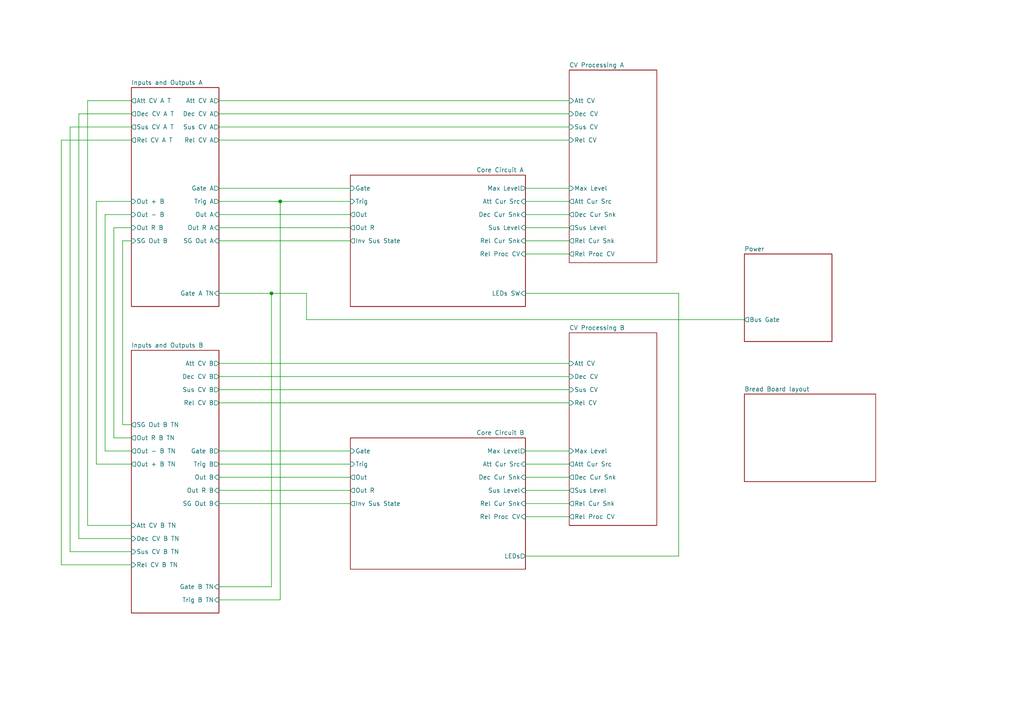
<source format=kicad_sch>
(kicad_sch
	(version 20250114)
	(generator "eeschema")
	(generator_version "9.0")
	(uuid "58f4306d-5387-4983-bb08-41a2313fd315")
	(paper "A4")
	(title_block
		(rev "1")
		(company "DMH Instruments")
		(comment 1 "PCB for 15cm Kosmo format synthesizer module")
	)
	(lib_symbols)
	(junction
		(at 81.28 58.42)
		(diameter 0)
		(color 0 0 0 0)
		(uuid "2dd2dd8f-3b41-46e4-8afb-55261737956a")
	)
	(junction
		(at 78.74 85.09)
		(diameter 0)
		(color 0 0 0 0)
		(uuid "f6bace47-8747-401b-8c4f-780d9843c52c")
	)
	(wire
		(pts
			(xy 63.5 36.83) (xy 165.1 36.83)
		)
		(stroke
			(width 0)
			(type default)
		)
		(uuid "0488c006-3de3-42c1-99ef-6cce7536ca17")
	)
	(wire
		(pts
			(xy 63.5 62.23) (xy 101.6 62.23)
		)
		(stroke
			(width 0)
			(type default)
		)
		(uuid "0aa03d9b-6273-4d5b-9163-f8b291a92c4f")
	)
	(wire
		(pts
			(xy 38.1 40.64) (xy 17.78 40.64)
		)
		(stroke
			(width 0)
			(type default)
		)
		(uuid "0ce3c7be-42ed-42e4-baec-d9606c227f71")
	)
	(wire
		(pts
			(xy 152.4 146.05) (xy 165.1 146.05)
		)
		(stroke
			(width 0)
			(type default)
		)
		(uuid "0db65172-a60f-427b-9af3-19c455a9285a")
	)
	(wire
		(pts
			(xy 63.5 173.99) (xy 81.28 173.99)
		)
		(stroke
			(width 0)
			(type default)
		)
		(uuid "135ca279-d2e2-4171-98d4-b54231a0ecc8")
	)
	(wire
		(pts
			(xy 78.74 85.09) (xy 88.9 85.09)
		)
		(stroke
			(width 0)
			(type default)
		)
		(uuid "13a73b28-5aba-4cf2-bbff-b564d08bd704")
	)
	(wire
		(pts
			(xy 63.5 58.42) (xy 81.28 58.42)
		)
		(stroke
			(width 0)
			(type default)
		)
		(uuid "20965f5d-adf3-4921-957a-7a6818651f97")
	)
	(wire
		(pts
			(xy 63.5 146.05) (xy 101.6 146.05)
		)
		(stroke
			(width 0)
			(type default)
		)
		(uuid "20fcc1e1-ece0-4874-9377-8e3dc6c11f99")
	)
	(wire
		(pts
			(xy 152.4 69.85) (xy 165.1 69.85)
		)
		(stroke
			(width 0)
			(type default)
		)
		(uuid "22071fc4-8e4f-494a-9fc8-695c8d6b323f")
	)
	(wire
		(pts
			(xy 63.5 113.03) (xy 165.1 113.03)
		)
		(stroke
			(width 0)
			(type default)
		)
		(uuid "24710bfd-ac6e-4cb6-b10e-216918cb6ce8")
	)
	(wire
		(pts
			(xy 38.1 134.62) (xy 27.94 134.62)
		)
		(stroke
			(width 0)
			(type default)
		)
		(uuid "2728c202-58eb-4764-b5b5-190420ba9481")
	)
	(wire
		(pts
			(xy 38.1 33.02) (xy 22.86 33.02)
		)
		(stroke
			(width 0)
			(type default)
		)
		(uuid "2dbe9eec-ef74-46de-8eff-04bcab375c87")
	)
	(wire
		(pts
			(xy 63.5 105.41) (xy 165.1 105.41)
		)
		(stroke
			(width 0)
			(type default)
		)
		(uuid "2dfe8263-76c1-4c51-aea5-0411ba607bda")
	)
	(wire
		(pts
			(xy 152.4 85.09) (xy 196.85 85.09)
		)
		(stroke
			(width 0)
			(type default)
		)
		(uuid "30313de6-0b72-41d2-bdba-cf9ac3136a25")
	)
	(wire
		(pts
			(xy 17.78 40.64) (xy 17.78 163.83)
		)
		(stroke
			(width 0)
			(type default)
		)
		(uuid "3aa43d53-e196-424f-875f-1e809e35b7c4")
	)
	(wire
		(pts
			(xy 22.86 156.21) (xy 38.1 156.21)
		)
		(stroke
			(width 0)
			(type default)
		)
		(uuid "3b2fecef-0ed4-443c-8e18-7584c6cd9937")
	)
	(wire
		(pts
			(xy 63.5 85.09) (xy 78.74 85.09)
		)
		(stroke
			(width 0)
			(type default)
		)
		(uuid "3c3af9fd-6fa5-41ee-aab9-35a71ffb0b28")
	)
	(wire
		(pts
			(xy 152.4 138.43) (xy 165.1 138.43)
		)
		(stroke
			(width 0)
			(type default)
		)
		(uuid "424faac8-de51-4204-bf74-1407966fc95e")
	)
	(wire
		(pts
			(xy 38.1 29.21) (xy 25.4 29.21)
		)
		(stroke
			(width 0)
			(type default)
		)
		(uuid "42bb5ca4-7e7a-4de3-b903-2eead8c8e140")
	)
	(wire
		(pts
			(xy 25.4 152.4) (xy 38.1 152.4)
		)
		(stroke
			(width 0)
			(type default)
		)
		(uuid "460878c2-bc75-4694-a75e-a81a328b418c")
	)
	(wire
		(pts
			(xy 63.5 66.04) (xy 101.6 66.04)
		)
		(stroke
			(width 0)
			(type default)
		)
		(uuid "46e295a5-abfc-41f6-9c8f-a739bc821c7f")
	)
	(wire
		(pts
			(xy 63.5 54.61) (xy 101.6 54.61)
		)
		(stroke
			(width 0)
			(type default)
		)
		(uuid "4731dd7b-505e-4c89-96fe-a78151bd3c92")
	)
	(wire
		(pts
			(xy 78.74 85.09) (xy 78.74 170.18)
		)
		(stroke
			(width 0)
			(type default)
		)
		(uuid "4f6a5eb7-ee88-48bf-9697-fbf13fa86131")
	)
	(wire
		(pts
			(xy 152.4 58.42) (xy 165.1 58.42)
		)
		(stroke
			(width 0)
			(type default)
		)
		(uuid "5549df4b-e88b-42ae-9453-3c597d9d0af8")
	)
	(wire
		(pts
			(xy 63.5 29.21) (xy 165.1 29.21)
		)
		(stroke
			(width 0)
			(type default)
		)
		(uuid "57c95a8f-948d-421c-9f85-73f0869dbc05")
	)
	(wire
		(pts
			(xy 20.32 160.02) (xy 38.1 160.02)
		)
		(stroke
			(width 0)
			(type default)
		)
		(uuid "5bd887b9-0a6c-4814-84d3-d487e5847d2c")
	)
	(wire
		(pts
			(xy 81.28 58.42) (xy 101.6 58.42)
		)
		(stroke
			(width 0)
			(type default)
		)
		(uuid "5e22d996-d991-402c-ae41-c1cc2af714b7")
	)
	(wire
		(pts
			(xy 152.4 73.66) (xy 165.1 73.66)
		)
		(stroke
			(width 0)
			(type default)
		)
		(uuid "6b41f85e-6762-414d-94e8-37ec0c64c1e9")
	)
	(wire
		(pts
			(xy 38.1 36.83) (xy 20.32 36.83)
		)
		(stroke
			(width 0)
			(type default)
		)
		(uuid "6cb869fd-236e-4708-af04-96ea4bc7ad28")
	)
	(wire
		(pts
			(xy 22.86 33.02) (xy 22.86 156.21)
		)
		(stroke
			(width 0)
			(type default)
		)
		(uuid "74521f20-5059-42f9-8409-5f7fa1e5e453")
	)
	(wire
		(pts
			(xy 33.02 127) (xy 33.02 66.04)
		)
		(stroke
			(width 0)
			(type default)
		)
		(uuid "8056e820-abaf-42a0-885c-d9acd9515502")
	)
	(wire
		(pts
			(xy 63.5 142.24) (xy 101.6 142.24)
		)
		(stroke
			(width 0)
			(type default)
		)
		(uuid "856609a9-703a-4673-90d9-745916d2ed27")
	)
	(wire
		(pts
			(xy 38.1 127) (xy 33.02 127)
		)
		(stroke
			(width 0)
			(type default)
		)
		(uuid "86611cfd-5f7a-4d09-bfdd-dcbbaf9ee5e8")
	)
	(wire
		(pts
			(xy 152.4 149.86) (xy 165.1 149.86)
		)
		(stroke
			(width 0)
			(type default)
		)
		(uuid "86970fbc-0ff2-4477-b7ff-622238ff3dd0")
	)
	(wire
		(pts
			(xy 196.85 161.29) (xy 196.85 85.09)
		)
		(stroke
			(width 0)
			(type default)
		)
		(uuid "8d81a39d-aa67-4fcc-ad47-fcdd952d061f")
	)
	(wire
		(pts
			(xy 63.5 40.64) (xy 165.1 40.64)
		)
		(stroke
			(width 0)
			(type default)
		)
		(uuid "9321d842-f39f-4ec5-9ed3-d3b200a88359")
	)
	(wire
		(pts
			(xy 88.9 92.71) (xy 88.9 85.09)
		)
		(stroke
			(width 0)
			(type default)
		)
		(uuid "9a3848e3-b8e1-4b36-b6d5-794bf12ae3fd")
	)
	(wire
		(pts
			(xy 63.5 109.22) (xy 165.1 109.22)
		)
		(stroke
			(width 0)
			(type default)
		)
		(uuid "9d1586a3-9973-489b-bf21-3c010c940f4a")
	)
	(wire
		(pts
			(xy 152.4 62.23) (xy 165.1 62.23)
		)
		(stroke
			(width 0)
			(type default)
		)
		(uuid "a8cc4405-be17-461a-aeb8-4bb34d9a5965")
	)
	(wire
		(pts
			(xy 17.78 163.83) (xy 38.1 163.83)
		)
		(stroke
			(width 0)
			(type default)
		)
		(uuid "aa5613ab-4faa-4a12-aa1c-04d88c6bfe4e")
	)
	(wire
		(pts
			(xy 152.4 161.29) (xy 196.85 161.29)
		)
		(stroke
			(width 0)
			(type default)
		)
		(uuid "ac8d1b36-4fe5-4703-9baf-38d9537806db")
	)
	(wire
		(pts
			(xy 63.5 134.62) (xy 101.6 134.62)
		)
		(stroke
			(width 0)
			(type default)
		)
		(uuid "b0c512f1-579d-43fc-8d3b-8288c252e330")
	)
	(wire
		(pts
			(xy 27.94 134.62) (xy 27.94 58.42)
		)
		(stroke
			(width 0)
			(type default)
		)
		(uuid "b2f3bf40-46c2-4576-82a0-a93d05804c9e")
	)
	(wire
		(pts
			(xy 33.02 66.04) (xy 38.1 66.04)
		)
		(stroke
			(width 0)
			(type default)
		)
		(uuid "b3a68423-7d36-4b99-9110-7e705f2687f6")
	)
	(wire
		(pts
			(xy 152.4 130.81) (xy 165.1 130.81)
		)
		(stroke
			(width 0)
			(type default)
		)
		(uuid "b5b57d38-4816-4343-a76b-124701da5813")
	)
	(wire
		(pts
			(xy 63.5 170.18) (xy 78.74 170.18)
		)
		(stroke
			(width 0)
			(type default)
		)
		(uuid "b60f27f5-93cf-4a12-b692-0271d28cbfe1")
	)
	(wire
		(pts
			(xy 27.94 58.42) (xy 38.1 58.42)
		)
		(stroke
			(width 0)
			(type default)
		)
		(uuid "b65afce2-0318-4b5d-9292-1fd0606d1647")
	)
	(wire
		(pts
			(xy 63.5 69.85) (xy 101.6 69.85)
		)
		(stroke
			(width 0)
			(type default)
		)
		(uuid "bd161bfd-933c-4b2e-85a0-54a163619903")
	)
	(wire
		(pts
			(xy 38.1 123.19) (xy 35.56 123.19)
		)
		(stroke
			(width 0)
			(type default)
		)
		(uuid "c9f53e2f-2659-49cd-9af7-f48f3d14f25f")
	)
	(wire
		(pts
			(xy 63.5 138.43) (xy 101.6 138.43)
		)
		(stroke
			(width 0)
			(type default)
		)
		(uuid "ccd984a9-1084-4fc8-afa2-9f14efcf2238")
	)
	(wire
		(pts
			(xy 20.32 36.83) (xy 20.32 160.02)
		)
		(stroke
			(width 0)
			(type default)
		)
		(uuid "d0942bb4-6c33-47f1-a04b-9dc4d2bae85c")
	)
	(wire
		(pts
			(xy 152.4 54.61) (xy 165.1 54.61)
		)
		(stroke
			(width 0)
			(type default)
		)
		(uuid "d14cede6-9ccc-46ca-a10e-b391c89d184c")
	)
	(wire
		(pts
			(xy 81.28 173.99) (xy 81.28 58.42)
		)
		(stroke
			(width 0)
			(type default)
		)
		(uuid "d20011db-74e0-4445-8508-72e459d24d9a")
	)
	(wire
		(pts
			(xy 63.5 130.81) (xy 101.6 130.81)
		)
		(stroke
			(width 0)
			(type default)
		)
		(uuid "d3e7506e-e024-4b8e-a2e0-acf43cbcd221")
	)
	(wire
		(pts
			(xy 152.4 142.24) (xy 165.1 142.24)
		)
		(stroke
			(width 0)
			(type default)
		)
		(uuid "d60dd747-0221-468a-822e-1c673cf6c106")
	)
	(wire
		(pts
			(xy 152.4 134.62) (xy 165.1 134.62)
		)
		(stroke
			(width 0)
			(type default)
		)
		(uuid "d68e2cf4-73d5-4ba7-8f9d-b48bcd66be4f")
	)
	(wire
		(pts
			(xy 30.48 62.23) (xy 38.1 62.23)
		)
		(stroke
			(width 0)
			(type default)
		)
		(uuid "d6d96bf2-7ae3-4123-87f1-08b2da18189c")
	)
	(wire
		(pts
			(xy 152.4 66.04) (xy 165.1 66.04)
		)
		(stroke
			(width 0)
			(type default)
		)
		(uuid "d7ebff72-8919-4af7-90d0-032c88faa4db")
	)
	(wire
		(pts
			(xy 35.56 69.85) (xy 38.1 69.85)
		)
		(stroke
			(width 0)
			(type default)
		)
		(uuid "d8fb0cf9-2f5b-4763-a413-3d3efab5d1a6")
	)
	(wire
		(pts
			(xy 215.9 92.71) (xy 88.9 92.71)
		)
		(stroke
			(width 0)
			(type default)
		)
		(uuid "dc22884f-8566-4778-a938-ba779e6e31e7")
	)
	(wire
		(pts
			(xy 63.5 116.84) (xy 165.1 116.84)
		)
		(stroke
			(width 0)
			(type default)
		)
		(uuid "dedc9419-dfb6-41c3-ad20-9cf7d0c8f9eb")
	)
	(wire
		(pts
			(xy 30.48 130.81) (xy 30.48 62.23)
		)
		(stroke
			(width 0)
			(type default)
		)
		(uuid "e30e4c57-d771-4556-ae67-ba816de0aa37")
	)
	(wire
		(pts
			(xy 63.5 33.02) (xy 165.1 33.02)
		)
		(stroke
			(width 0)
			(type default)
		)
		(uuid "ed1821cd-cc9c-4ab1-b19d-6b00d6452cc7")
	)
	(wire
		(pts
			(xy 25.4 29.21) (xy 25.4 152.4)
		)
		(stroke
			(width 0)
			(type default)
		)
		(uuid "eeebfdda-ec8f-4e9d-9d48-775d7bfbdcce")
	)
	(wire
		(pts
			(xy 35.56 123.19) (xy 35.56 69.85)
		)
		(stroke
			(width 0)
			(type default)
		)
		(uuid "efe8fd49-01c4-4496-93b6-8111f0ebbe10")
	)
	(wire
		(pts
			(xy 38.1 130.81) (xy 30.48 130.81)
		)
		(stroke
			(width 0)
			(type default)
		)
		(uuid "fc4ee95f-9774-414c-a767-499cf5723807")
	)
	(sheet
		(at 215.9 73.66)
		(size 25.4 25.4)
		(exclude_from_sim no)
		(in_bom yes)
		(on_board yes)
		(dnp no)
		(fields_autoplaced yes)
		(stroke
			(width 0.1524)
			(type solid)
		)
		(fill
			(color 0 0 0 0.0000)
		)
		(uuid "0cdf34b2-39cd-4d9e-981a-97cd34791509")
		(property "Sheetname" "Power"
			(at 215.9 72.9484 0)
			(effects
				(font
					(size 1.27 1.27)
				)
				(justify left bottom)
			)
		)
		(property "Sheetfile" "Power.kicad_sch"
			(at 215.9 99.6446 0)
			(effects
				(font
					(size 1.27 1.27)
				)
				(justify left top)
				(hide yes)
			)
		)
		(pin "Bus Gate" output
			(at 215.9 92.71 180)
			(uuid "00f3de1f-6ad5-4ce6-83b6-bcc422cb898f")
			(effects
				(font
					(size 1.27 1.27)
				)
				(justify left)
			)
		)
		(instances
			(project "DMH_VCEG_PCB_1_Mk1_1"
				(path "/58f4306d-5387-4983-bb08-41a2313fd315"
					(page "08")
				)
			)
		)
	)
	(sheet
		(at 38.1 101.6)
		(size 25.4 76.2)
		(exclude_from_sim no)
		(in_bom yes)
		(on_board yes)
		(dnp no)
		(fields_autoplaced yes)
		(stroke
			(width 0.1524)
			(type solid)
		)
		(fill
			(color 0 0 0 0.0000)
		)
		(uuid "56bd3f35-094b-4adb-8c6d-1e57b38bb61e")
		(property "Sheetname" "Inputs and Outputs B"
			(at 38.1 100.8884 0)
			(effects
				(font
					(size 1.27 1.27)
				)
				(justify left bottom)
			)
		)
		(property "Sheetfile" "Inputs_and_Outputs_B.kicad_sch"
			(at 38.1 178.3846 0)
			(effects
				(font
					(size 1.27 1.27)
				)
				(justify left top)
				(hide yes)
			)
		)
		(pin "Att CV B TN" input
			(at 38.1 152.4 180)
			(uuid "f6f3570a-8e82-426b-b38a-e69d45694649")
			(effects
				(font
					(size 1.27 1.27)
				)
				(justify left)
			)
		)
		(pin "Dec CV B TN" input
			(at 38.1 156.21 180)
			(uuid "5605e781-6630-47de-bf57-8593042d41fc")
			(effects
				(font
					(size 1.27 1.27)
				)
				(justify left)
			)
		)
		(pin "Gate B" output
			(at 63.5 130.81 0)
			(uuid "5c5537b4-60d1-463f-aefb-ba0abac51176")
			(effects
				(font
					(size 1.27 1.27)
				)
				(justify right)
			)
		)
		(pin "Gate B TN" input
			(at 63.5 170.18 0)
			(uuid "2ba89036-4737-4be0-87e4-fdab7d148590")
			(effects
				(font
					(size 1.27 1.27)
				)
				(justify right)
			)
		)
		(pin "Out + B TN" output
			(at 38.1 134.62 180)
			(uuid "f486be58-45ac-427f-a4d2-9b74a94b4264")
			(effects
				(font
					(size 1.27 1.27)
				)
				(justify left)
			)
		)
		(pin "Out - B TN" output
			(at 38.1 130.81 180)
			(uuid "10f524d3-8026-4d03-9932-d0a943cb6574")
			(effects
				(font
					(size 1.27 1.27)
				)
				(justify left)
			)
		)
		(pin "Out B" input
			(at 63.5 138.43 0)
			(uuid "7e418dc3-3a91-4b20-b029-64bd56ff4e3d")
			(effects
				(font
					(size 1.27 1.27)
				)
				(justify right)
			)
		)
		(pin "Out R B" input
			(at 63.5 142.24 0)
			(uuid "0f49e183-0e23-41ff-8666-e1c99aaec793")
			(effects
				(font
					(size 1.27 1.27)
				)
				(justify right)
			)
		)
		(pin "Out R B TN" output
			(at 38.1 127 180)
			(uuid "83ebd2ad-ff46-4db9-8a40-272302ac80a0")
			(effects
				(font
					(size 1.27 1.27)
				)
				(justify left)
			)
		)
		(pin "Rel CV B TN" input
			(at 38.1 163.83 180)
			(uuid "6e8e8466-bc50-46fe-9b99-bef261ca48f4")
			(effects
				(font
					(size 1.27 1.27)
				)
				(justify left)
			)
		)
		(pin "SG Out B" input
			(at 63.5 146.05 0)
			(uuid "0ba46a48-3e41-42f9-88c2-60be96d1d25c")
			(effects
				(font
					(size 1.27 1.27)
				)
				(justify right)
			)
		)
		(pin "SG Out B TN" output
			(at 38.1 123.19 180)
			(uuid "b0f32df6-718c-4e34-9f69-383f0a8977e7")
			(effects
				(font
					(size 1.27 1.27)
				)
				(justify left)
			)
		)
		(pin "Sus CV B TN" input
			(at 38.1 160.02 180)
			(uuid "a0641d57-8b16-478a-9d1c-d32ffcfbaf87")
			(effects
				(font
					(size 1.27 1.27)
				)
				(justify left)
			)
		)
		(pin "Trig B" output
			(at 63.5 134.62 0)
			(uuid "795a8e28-e26d-4ea9-9cfb-e01b73c87d0a")
			(effects
				(font
					(size 1.27 1.27)
				)
				(justify right)
			)
		)
		(pin "Trig B TN" input
			(at 63.5 173.99 0)
			(uuid "728cbe64-3713-40d2-a767-ea0f09da53cd")
			(effects
				(font
					(size 1.27 1.27)
				)
				(justify right)
			)
		)
		(pin "Att CV B" output
			(at 63.5 105.41 0)
			(uuid "a8d58929-4891-4cec-b830-b768e7b6cd60")
			(effects
				(font
					(size 1.27 1.27)
				)
				(justify right)
			)
		)
		(pin "Dec CV B" output
			(at 63.5 109.22 0)
			(uuid "ab3f5370-551e-432e-8ad7-ceb0fededc64")
			(effects
				(font
					(size 1.27 1.27)
				)
				(justify right)
			)
		)
		(pin "Rel CV B" output
			(at 63.5 116.84 0)
			(uuid "f048cc18-228d-4f7a-8234-37f88825f2c2")
			(effects
				(font
					(size 1.27 1.27)
				)
				(justify right)
			)
		)
		(pin "Sus CV B" output
			(at 63.5 113.03 0)
			(uuid "0e2ea34e-6019-4bb6-b6d3-ec9a13407a55")
			(effects
				(font
					(size 1.27 1.27)
				)
				(justify right)
			)
		)
		(instances
			(project "DMH_VCEG_PCB_1_Mk1_1"
				(path "/58f4306d-5387-4983-bb08-41a2313fd315"
					(page "3")
				)
			)
		)
	)
	(sheet
		(at 165.1 20.32)
		(size 25.4 55.88)
		(exclude_from_sim no)
		(in_bom yes)
		(on_board yes)
		(dnp no)
		(fields_autoplaced yes)
		(stroke
			(width 0.1524)
			(type solid)
		)
		(fill
			(color 0 0 0 0.0000)
		)
		(uuid "7d3cb848-7f4a-41b7-b3df-5bb0c19476ef")
		(property "Sheetname" "CV Processing A"
			(at 165.1 19.6084 0)
			(effects
				(font
					(size 1.27 1.27)
				)
				(justify left bottom)
			)
		)
		(property "Sheetfile" "CV_Processing_A.kicad_sch"
			(at 165.1 76.7846 0)
			(effects
				(font
					(size 1.27 1.27)
				)
				(justify left top)
				(hide yes)
			)
		)
		(pin "Att CV" input
			(at 165.1 29.21 180)
			(uuid "ae649b8a-8245-44df-a51a-e7f113979922")
			(effects
				(font
					(size 1.27 1.27)
				)
				(justify left)
			)
		)
		(pin "Dec CV" input
			(at 165.1 33.02 180)
			(uuid "ca3e7097-e872-45a3-96cf-cd5586f5eb52")
			(effects
				(font
					(size 1.27 1.27)
				)
				(justify left)
			)
		)
		(pin "Rel CV" input
			(at 165.1 40.64 180)
			(uuid "52b9d6cf-427c-41ab-8427-3bf30f3880d4")
			(effects
				(font
					(size 1.27 1.27)
				)
				(justify left)
			)
		)
		(pin "Sus CV" input
			(at 165.1 36.83 180)
			(uuid "6fa909d3-0275-412a-8919-42aec7cc4ed7")
			(effects
				(font
					(size 1.27 1.27)
				)
				(justify left)
			)
		)
		(pin "Max Level" input
			(at 165.1 54.61 180)
			(uuid "dee6b1e4-ed94-4be5-a870-945e3638eb40")
			(effects
				(font
					(size 1.27 1.27)
				)
				(justify left)
			)
		)
		(pin "Att Cur Src" output
			(at 165.1 58.42 180)
			(uuid "3d0e7ca1-bef6-4f2f-ba19-794529ea3508")
			(effects
				(font
					(size 1.27 1.27)
				)
				(justify left)
			)
		)
		(pin "Dec Cur Snk" output
			(at 165.1 62.23 180)
			(uuid "914b3cbf-220c-4ef5-b6b4-4114147c29fb")
			(effects
				(font
					(size 1.27 1.27)
				)
				(justify left)
			)
		)
		(pin "Rel Proc CV" output
			(at 165.1 73.66 180)
			(uuid "18aed36f-25ef-4652-b038-c1ad07b438ba")
			(effects
				(font
					(size 1.27 1.27)
				)
				(justify left)
			)
		)
		(pin "Rel Cur Snk" output
			(at 165.1 69.85 180)
			(uuid "da86b1e1-cfc5-4a61-9ea1-efe23a025d2c")
			(effects
				(font
					(size 1.27 1.27)
				)
				(justify left)
			)
		)
		(pin "Sus Level" output
			(at 165.1 66.04 180)
			(uuid "77f74327-e86b-4445-8c46-4b982211c895")
			(effects
				(font
					(size 1.27 1.27)
				)
				(justify left)
			)
		)
		(instances
			(project "DMH_VCEG_PCB_1_Mk1_1"
				(path "/58f4306d-5387-4983-bb08-41a2313fd315"
					(page "6")
				)
			)
		)
	)
	(sheet
		(at 101.6 127)
		(size 50.8 38.1)
		(exclude_from_sim no)
		(in_bom yes)
		(on_board yes)
		(dnp no)
		(stroke
			(width 0.1524)
			(type solid)
		)
		(fill
			(color 0 0 0 0.0000)
		)
		(uuid "8d22a13f-1d3b-4a1f-8b3f-baf42965c019")
		(property "Sheetname" "Core Circuit B"
			(at 138.176 126.238 0)
			(effects
				(font
					(size 1.27 1.27)
				)
				(justify left bottom)
			)
		)
		(property "Sheetfile" "Core_Circuit_B.kicad_sch"
			(at 101.6 165.6846 0)
			(effects
				(font
					(size 1.27 1.27)
				)
				(justify left top)
				(hide yes)
			)
		)
		(pin "Gate" input
			(at 101.6 130.81 180)
			(uuid "a2c75ba6-d70e-432b-915a-a0e64d22828b")
			(effects
				(font
					(size 1.27 1.27)
				)
				(justify left)
			)
		)
		(pin "Trig" input
			(at 101.6 134.62 180)
			(uuid "82999391-9cbe-4884-a5bc-1e5edca5899f")
			(effects
				(font
					(size 1.27 1.27)
				)
				(justify left)
			)
		)
		(pin "Out" output
			(at 101.6 138.43 180)
			(uuid "bf9a19a8-b468-4d00-b08e-d0f7b53d3269")
			(effects
				(font
					(size 1.27 1.27)
				)
				(justify left)
			)
		)
		(pin "Max Level" output
			(at 152.4 130.81 0)
			(uuid "4df2680a-7c52-43b6-9bf1-9902f57e0fee")
			(effects
				(font
					(size 1.27 1.27)
				)
				(justify right)
			)
		)
		(pin "Sus Level" input
			(at 152.4 142.24 0)
			(uuid "7ca34b70-3025-4ef8-bd93-ad8d097f40d2")
			(effects
				(font
					(size 1.27 1.27)
				)
				(justify right)
			)
		)
		(pin "Dec Cur Snk" input
			(at 152.4 138.43 0)
			(uuid "bcc49da9-9862-4bb4-ab9d-7e31e57992ee")
			(effects
				(font
					(size 1.27 1.27)
				)
				(justify right)
			)
		)
		(pin "LEDs" output
			(at 152.4 161.29 0)
			(uuid "a42f1191-08c5-4a9e-9cb2-fe52efa772d8")
			(effects
				(font
					(size 1.27 1.27)
				)
				(justify right)
			)
		)
		(pin "Out R" output
			(at 101.6 142.24 180)
			(uuid "2d1f640b-fb69-4924-9307-7eb96385d91c")
			(effects
				(font
					(size 1.27 1.27)
				)
				(justify left)
			)
		)
		(pin "Rel Cur Snk" input
			(at 152.4 146.05 0)
			(uuid "a559b709-d8de-4a31-8dfa-c0026ef78fc9")
			(effects
				(font
					(size 1.27 1.27)
				)
				(justify right)
			)
		)
		(pin "Att Cur Src" input
			(at 152.4 134.62 0)
			(uuid "abb96633-747c-4a5e-9c43-69c060cf2945")
			(effects
				(font
					(size 1.27 1.27)
				)
				(justify right)
			)
		)
		(pin "Inv Sus State" output
			(at 101.6 146.05 180)
			(uuid "ff060a7c-a3de-48ef-b5ea-3a5d9efb4a32")
			(effects
				(font
					(size 1.27 1.27)
				)
				(justify left)
			)
		)
		(pin "Rel Proc CV" input
			(at 152.4 149.86 0)
			(uuid "41e353bc-3c12-4d81-87fe-ab35babfa2d3")
			(effects
				(font
					(size 1.27 1.27)
				)
				(justify right)
			)
		)
		(instances
			(project "DMH_VCEG_PCB_1_Mk1_1"
				(path "/58f4306d-5387-4983-bb08-41a2313fd315"
					(page "5")
				)
			)
		)
	)
	(sheet
		(at 215.9 114.3)
		(size 38.1 25.4)
		(exclude_from_sim no)
		(in_bom yes)
		(on_board yes)
		(dnp no)
		(fields_autoplaced yes)
		(stroke
			(width 0.1524)
			(type solid)
		)
		(fill
			(color 0 0 0 0.0000)
		)
		(uuid "b1342965-49b9-4a82-bc27-4e4d74178aed")
		(property "Sheetname" "Bread Board layout"
			(at 215.9 113.5884 0)
			(effects
				(font
					(size 1.27 1.27)
				)
				(justify left bottom)
			)
		)
		(property "Sheetfile" "bb_layout.kicad_sch"
			(at 215.9 140.2846 0)
			(effects
				(font
					(size 1.27 1.27)
				)
				(justify left top)
				(hide yes)
			)
		)
		(instances
			(project "DMH_VCEG_PCB_1_Mk1_1"
				(path "/58f4306d-5387-4983-bb08-41a2313fd315"
					(page "9")
				)
			)
		)
	)
	(sheet
		(at 165.1 96.52)
		(size 25.4 55.88)
		(exclude_from_sim no)
		(in_bom yes)
		(on_board yes)
		(dnp no)
		(fields_autoplaced yes)
		(stroke
			(width 0.1524)
			(type solid)
		)
		(fill
			(color 0 0 0 0.0000)
		)
		(uuid "b3f92c0e-ea97-4ef0-9a6b-254feed98ad2")
		(property "Sheetname" "CV Processing B"
			(at 165.1 95.8084 0)
			(effects
				(font
					(size 1.27 1.27)
				)
				(justify left bottom)
			)
		)
		(property "Sheetfile" "CV_Processing_B.kicad_sch"
			(at 165.1 152.9846 0)
			(effects
				(font
					(size 1.27 1.27)
				)
				(justify left top)
				(hide yes)
			)
		)
		(pin "Att CV" input
			(at 165.1 105.41 180)
			(uuid "0c557391-a1d4-4cda-b765-69e9814fe6d0")
			(effects
				(font
					(size 1.27 1.27)
				)
				(justify left)
			)
		)
		(pin "Dec CV" input
			(at 165.1 109.22 180)
			(uuid "fa1fc326-1548-4c27-ba5c-538de4f9a529")
			(effects
				(font
					(size 1.27 1.27)
				)
				(justify left)
			)
		)
		(pin "Rel CV" input
			(at 165.1 116.84 180)
			(uuid "808d02e6-537c-49b6-a2b7-38c147ade26f")
			(effects
				(font
					(size 1.27 1.27)
				)
				(justify left)
			)
		)
		(pin "Sus CV" input
			(at 165.1 113.03 180)
			(uuid "e36394af-c27a-402a-bd95-20c45a61e6a6")
			(effects
				(font
					(size 1.27 1.27)
				)
				(justify left)
			)
		)
		(pin "Max Level" input
			(at 165.1 130.81 180)
			(uuid "45bfeaf1-f349-42f8-88a3-30250ad0f362")
			(effects
				(font
					(size 1.27 1.27)
				)
				(justify left)
			)
		)
		(pin "Att Cur Src" output
			(at 165.1 134.62 180)
			(uuid "0b79948e-d1e3-4e73-ba56-339ac9c4df49")
			(effects
				(font
					(size 1.27 1.27)
				)
				(justify left)
			)
		)
		(pin "Dec Cur Snk" output
			(at 165.1 138.43 180)
			(uuid "b481978e-eced-42dd-9bee-94966565c356")
			(effects
				(font
					(size 1.27 1.27)
				)
				(justify left)
			)
		)
		(pin "Rel Proc CV" output
			(at 165.1 149.86 180)
			(uuid "73526f46-1ad4-49b9-8437-d2ce5d08143d")
			(effects
				(font
					(size 1.27 1.27)
				)
				(justify left)
			)
		)
		(pin "Rel Cur Snk" output
			(at 165.1 146.05 180)
			(uuid "e4c6a7d6-8905-4845-8b21-9e783dc1bbb1")
			(effects
				(font
					(size 1.27 1.27)
				)
				(justify left)
			)
		)
		(pin "Sus Level" output
			(at 165.1 142.24 180)
			(uuid "3eb8acea-3a73-4a5b-b58e-f6f8ae20eada")
			(effects
				(font
					(size 1.27 1.27)
				)
				(justify left)
			)
		)
		(instances
			(project "DMH_VCEG_PCB_1_Mk1_1"
				(path "/58f4306d-5387-4983-bb08-41a2313fd315"
					(page "7")
				)
			)
		)
	)
	(sheet
		(at 101.6 50.8)
		(size 50.8 38.1)
		(exclude_from_sim no)
		(in_bom yes)
		(on_board yes)
		(dnp no)
		(stroke
			(width 0.1524)
			(type solid)
		)
		(fill
			(color 0 0 0 0.0000)
		)
		(uuid "cb21e49a-1eb5-49c3-bf16-2a24a7e3f94c")
		(property "Sheetname" "Core Circuit A"
			(at 138.176 50.038 0)
			(effects
				(font
					(size 1.27 1.27)
				)
				(justify left bottom)
			)
		)
		(property "Sheetfile" "Core_Circuit_A.kicad_sch"
			(at 101.6 89.4846 0)
			(effects
				(font
					(size 1.27 1.27)
				)
				(justify left top)
				(hide yes)
			)
		)
		(pin "Gate" input
			(at 101.6 54.61 180)
			(uuid "5c18d0a2-8069-4917-a424-94f5da42978a")
			(effects
				(font
					(size 1.27 1.27)
				)
				(justify left)
			)
		)
		(pin "Trig" input
			(at 101.6 58.42 180)
			(uuid "a469e801-aa53-4660-be2b-529d61a4df5b")
			(effects
				(font
					(size 1.27 1.27)
				)
				(justify left)
			)
		)
		(pin "Out" output
			(at 101.6 62.23 180)
			(uuid "47047b31-8826-46a1-9976-73003f6ba029")
			(effects
				(font
					(size 1.27 1.27)
				)
				(justify left)
			)
		)
		(pin "Max Level" output
			(at 152.4 54.61 0)
			(uuid "4ed2d949-04b6-435e-9a05-4b3a1ea79c7f")
			(effects
				(font
					(size 1.27 1.27)
				)
				(justify right)
			)
		)
		(pin "Sus Level" input
			(at 152.4 66.04 0)
			(uuid "20d88507-e9ee-43be-b05c-cf599fe02a1e")
			(effects
				(font
					(size 1.27 1.27)
				)
				(justify right)
			)
		)
		(pin "Dec Cur Snk" input
			(at 152.4 62.23 0)
			(uuid "209e8cd5-9641-478b-8dd8-5e6e34d2060b")
			(effects
				(font
					(size 1.27 1.27)
				)
				(justify right)
			)
		)
		(pin "LEDs SW" input
			(at 152.4 85.09 0)
			(uuid "b278ccf0-cb41-4103-a954-b3096fe3dc29")
			(effects
				(font
					(size 1.27 1.27)
				)
				(justify right)
			)
		)
		(pin "Out R" output
			(at 101.6 66.04 180)
			(uuid "bc283c80-a50f-4152-9972-4e5f3b8fcb94")
			(effects
				(font
					(size 1.27 1.27)
				)
				(justify left)
			)
		)
		(pin "Rel Cur Snk" input
			(at 152.4 69.85 0)
			(uuid "3c81691c-ec3e-4942-bbbf-32dc9da9ded3")
			(effects
				(font
					(size 1.27 1.27)
				)
				(justify right)
			)
		)
		(pin "Att Cur Src" input
			(at 152.4 58.42 0)
			(uuid "d352a588-4b5c-4884-877d-7262188ef4ff")
			(effects
				(font
					(size 1.27 1.27)
				)
				(justify right)
			)
		)
		(pin "Inv Sus State" output
			(at 101.6 69.85 180)
			(uuid "842c1c26-7789-4443-9c27-d9adefca833f")
			(effects
				(font
					(size 1.27 1.27)
				)
				(justify left)
			)
		)
		(pin "Rel Proc CV" input
			(at 152.4 73.66 0)
			(uuid "1045df88-5b3c-4677-8a09-6790caa130ca")
			(effects
				(font
					(size 1.27 1.27)
				)
				(justify right)
			)
		)
		(instances
			(project "DMH_VCEG_PCB_1_Mk1_1"
				(path "/58f4306d-5387-4983-bb08-41a2313fd315"
					(page "4")
				)
			)
		)
	)
	(sheet
		(at 38.1 25.4)
		(size 25.4 63.5)
		(exclude_from_sim no)
		(in_bom yes)
		(on_board yes)
		(dnp no)
		(fields_autoplaced yes)
		(stroke
			(width 0.1524)
			(type solid)
		)
		(fill
			(color 0 0 0 0.0000)
		)
		(uuid "ce3fef8b-9f1d-4178-b50b-4a046c030679")
		(property "Sheetname" "Inputs and Outputs A"
			(at 38.1 24.6884 0)
			(effects
				(font
					(size 1.27 1.27)
				)
				(justify left bottom)
			)
		)
		(property "Sheetfile" "Inputs_and_Outputs_A.kicad_sch"
			(at 38.1 89.4846 0)
			(effects
				(font
					(size 1.27 1.27)
				)
				(justify left top)
				(hide yes)
			)
		)
		(pin "Att CV A" output
			(at 63.5 29.21 0)
			(uuid "3f86dda7-7cce-4834-84ae-83c3f57c8ca4")
			(effects
				(font
					(size 1.27 1.27)
				)
				(justify right)
			)
		)
		(pin "Dec CV A" output
			(at 63.5 33.02 0)
			(uuid "0d089704-642f-414a-8bde-b9ac3e3d2dac")
			(effects
				(font
					(size 1.27 1.27)
				)
				(justify right)
			)
		)
		(pin "Gate A" output
			(at 63.5 54.61 0)
			(uuid "6ed31cfe-bf4a-462a-9975-24a7ac04aacf")
			(effects
				(font
					(size 1.27 1.27)
				)
				(justify right)
			)
		)
		(pin "Out + B" input
			(at 38.1 58.42 180)
			(uuid "92df3c26-8b75-4326-b19a-d29afe85368a")
			(effects
				(font
					(size 1.27 1.27)
				)
				(justify left)
			)
		)
		(pin "Out - B" input
			(at 38.1 62.23 180)
			(uuid "4d3bd83c-1bbc-482d-b099-65b6647ed5a1")
			(effects
				(font
					(size 1.27 1.27)
				)
				(justify left)
			)
		)
		(pin "Out A" input
			(at 63.5 62.23 0)
			(uuid "f1e1b909-8483-492d-bf23-07f8c537f083")
			(effects
				(font
					(size 1.27 1.27)
				)
				(justify right)
			)
		)
		(pin "Out R A" input
			(at 63.5 66.04 0)
			(uuid "931f2cf7-fb8a-4a2c-8ac1-9f6c5c741245")
			(effects
				(font
					(size 1.27 1.27)
				)
				(justify right)
			)
		)
		(pin "Out R B" input
			(at 38.1 66.04 180)
			(uuid "84f609c7-c970-4883-9383-a0e490765cb4")
			(effects
				(font
					(size 1.27 1.27)
				)
				(justify left)
			)
		)
		(pin "Rel CV A" output
			(at 63.5 40.64 0)
			(uuid "2d2625ba-f450-490d-89a3-9c874de4a1cf")
			(effects
				(font
					(size 1.27 1.27)
				)
				(justify right)
			)
		)
		(pin "SG Out A" input
			(at 63.5 69.85 0)
			(uuid "29c09bc2-2da8-4fb7-90c4-90e26be44ed3")
			(effects
				(font
					(size 1.27 1.27)
				)
				(justify right)
			)
		)
		(pin "SG Out B" input
			(at 38.1 69.85 180)
			(uuid "ee0f59e1-2dcf-47c6-b8e3-2dd8b4976c41")
			(effects
				(font
					(size 1.27 1.27)
				)
				(justify left)
			)
		)
		(pin "Sus CV A" output
			(at 63.5 36.83 0)
			(uuid "743df615-1dac-4830-aec0-565d95059839")
			(effects
				(font
					(size 1.27 1.27)
				)
				(justify right)
			)
		)
		(pin "Trig A" output
			(at 63.5 58.42 0)
			(uuid "412ceeda-419b-4f5e-8fca-558bdb2e7967")
			(effects
				(font
					(size 1.27 1.27)
				)
				(justify right)
			)
		)
		(pin "Gate A TN" input
			(at 63.5 85.09 0)
			(uuid "321d0223-1ef2-4de8-bccf-77c338fb5ff1")
			(effects
				(font
					(size 1.27 1.27)
				)
				(justify right)
			)
		)
		(pin "Att CV A T" output
			(at 38.1 29.21 180)
			(uuid "d3ac0d4c-ebf5-4128-a5d4-db744cac0286")
			(effects
				(font
					(size 1.27 1.27)
				)
				(justify left)
			)
		)
		(pin "Dec CV A T" output
			(at 38.1 33.02 180)
			(uuid "46c25fc4-5e92-4802-98da-c38e228ba0f0")
			(effects
				(font
					(size 1.27 1.27)
				)
				(justify left)
			)
		)
		(pin "Rel CV A T" output
			(at 38.1 40.64 180)
			(uuid "9874b9e0-3769-4c61-ae1c-66e29bb51d83")
			(effects
				(font
					(size 1.27 1.27)
				)
				(justify left)
			)
		)
		(pin "Sus CV A T" output
			(at 38.1 36.83 180)
			(uuid "9e430527-8b27-4e20-83f0-bc1a3dd2ded0")
			(effects
				(font
					(size 1.27 1.27)
				)
				(justify left)
			)
		)
		(instances
			(project "DMH_VCEG_PCB_1_Mk1_1"
				(path "/58f4306d-5387-4983-bb08-41a2313fd315"
					(page "2")
				)
			)
		)
	)
	(sheet_instances
		(path "/"
			(page "1")
		)
	)
	(embedded_fonts no)
)

</source>
